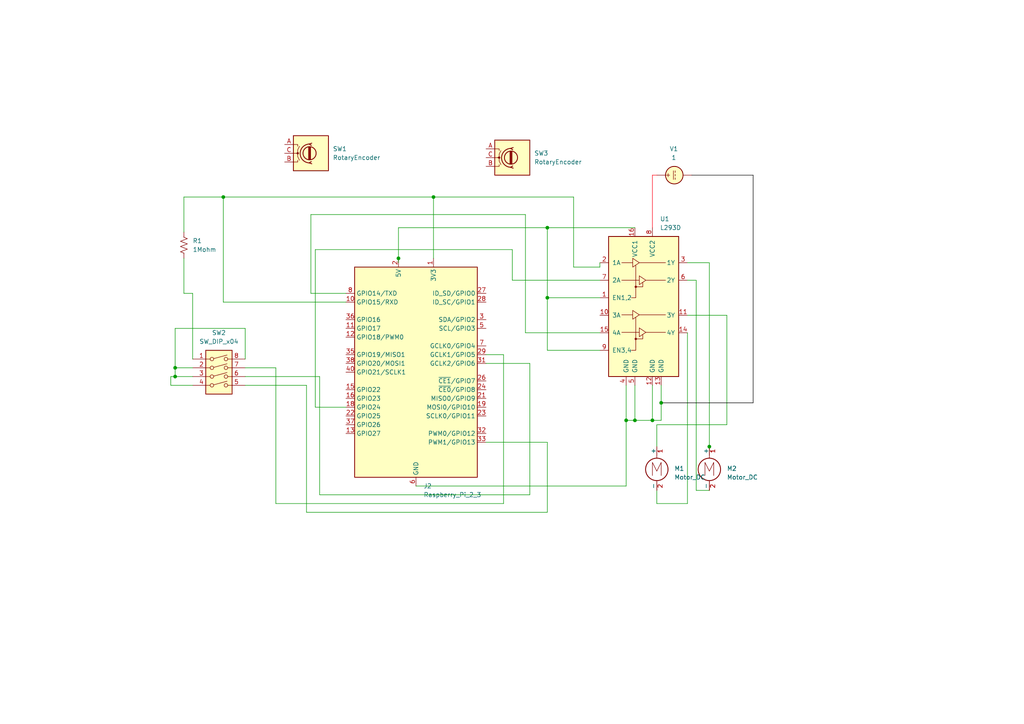
<source format=kicad_sch>
(kicad_sch (version 20231120) (generator "eeschema") (generator_version "8.0")
  (paper "A4")
  (lib_symbols
    (symbol "Connector:Raspberry_Pi_2_3"
      (property "Reference" "J" (at -17.78 31.75 0))
      (property "Value" "Raspberry_Pi_2_3" (at 10.16 -31.75 0))
      (symbol "Raspberry_Pi_2_3_0_1"
        (rectangle (start -17.78 30.48) (end 17.78 -30.48) (stroke (width 0.254)) (fill (type background)))
      )
      (symbol "Raspberry_Pi_2_3_1_1"
        (pin power_in line (at 5.08 33.02 270) (length 2.54) (name "3V3") (number "1"))
        (pin bidirectional line (at -20.32 20.32 0) (length 2.54) (name "GPIO15/RXD") (number "10"))
        (pin bidirectional line (at -20.32 12.7 0) (length 2.54) (name "GPIO17") (number "11"))
        (pin bidirectional line (at -20.32 10.16 0) (length 2.54) (name "GPIO18/PWM0") (number "12"))
        (pin bidirectional line (at -20.32 -17.78 0) (length 2.54) (name "GPIO27") (number "13"))
        (pin passive line (at 0 -33.02 90) (length 2.54) hide (name "GND") (number "14"))
        (pin bidirectional line (at -20.32 -5.08 0) (length 2.54) (name "GPIO22") (number "15"))
        (pin bidirectional line (at -20.32 -7.62 0) (length 2.54) (name "GPIO23") (number "16"))
        (pin passive line (at 5.08 33.02 270) (length 2.54) hide (name "3V3") (number "17"))
        (pin bidirectional line (at -20.32 -10.16 0) (length 2.54) (name "GPIO24") (number "18"))
        (pin bidirectional line (at 20.32 -10.16 180) (length 2.54) (name "MOSI0/GPIO10") (number "19"))
        (pin power_in line (at -5.08 33.02 270) (length 2.54) (name "5V") (number "2"))
        (pin passive line (at 0 -33.02 90) (length 2.54) hide (name "GND") (number "20"))
        (pin bidirectional line (at 20.32 -7.62 180) (length 2.54) (name "MISO0/GPIO9") (number "21"))
        (pin bidirectional line (at -20.32 -12.7 0) (length 2.54) (name "GPIO25") (number "22"))
        (pin bidirectional line (at 20.32 -12.7 180) (length 2.54) (name "SCLK0/GPIO11") (number "23"))
        (pin bidirectional line (at 20.32 -5.08 180) (length 2.54) (name "~{CE0}/GPIO8") (number "24"))
        (pin passive line (at 0 -33.02 90) (length 2.54) hide (name "GND") (number "25"))
        (pin bidirectional line (at 20.32 -2.54 180) (length 2.54) (name "~{CE1}/GPIO7") (number "26"))
        (pin bidirectional line (at 20.32 22.86 180) (length 2.54) (name "ID_SD/GPIO0") (number "27"))
        (pin bidirectional line (at 20.32 20.32 180) (length 2.54) (name "ID_SC/GPIO1") (number "28"))
        (pin bidirectional line (at 20.32 5.08 180) (length 2.54) (name "GCLK1/GPIO5") (number "29"))
        (pin bidirectional line (at 20.32 15.24 180) (length 2.54) (name "SDA/GPIO2") (number "3"))
        (pin passive line (at 0 -33.02 90) (length 2.54) hide (name "GND") (number "30"))
        (pin bidirectional line (at 20.32 2.54 180) (length 2.54) (name "GCLK2/GPIO6") (number "31"))
        (pin bidirectional line (at 20.32 -17.78 180) (length 2.54) (name "PWM0/GPIO12") (number "32"))
        (pin bidirectional line (at 20.32 -20.32 180) (length 2.54) (name "PWM1/GPIO13") (number "33"))
        (pin passive line (at 0 -33.02 90) (length 2.54) hide (name "GND") (number "34"))
        (pin bidirectional line (at -20.32 5.08 0) (length 2.54) (name "GPIO19/MISO1") (number "35"))
        (pin bidirectional line (at -20.32 15.24 0) (length 2.54) (name "GPIO16") (number "36"))
        (pin bidirectional line (at -20.32 -15.24 0) (length 2.54) (name "GPIO26") (number "37"))
        (pin bidirectional line (at -20.32 2.54 0) (length 2.54) (name "GPIO20/MOSI1") (number "38"))
        (pin passive line (at 0 -33.02 90) (length 2.54) hide (name "GND") (number "39"))
        (pin passive line (at -5.08 33.02 270) (length 2.54) hide (name "5V") (number "4"))
        (pin bidirectional line (at -20.32 0 0) (length 2.54) (name "GPIO21/SCLK1") (number "40"))
        (pin bidirectional line (at 20.32 12.7 180) (length 2.54) (name "SCL/GPIO3") (number "5"))
        (pin power_in line (at 0 -33.02 90) (length 2.54) (name "GND") (number "6"))
        (pin bidirectional line (at 20.32 7.62 180) (length 2.54) (name "GCLK0/GPIO4") (number "7"))
        (pin bidirectional line (at -20.32 22.86 0) (length 2.54) (name "GPIO14/TXD") (number "8"))
        (pin passive line (at 0 -33.02 90) (length 2.54) hide (name "GND") (number "9"))
      )
    )
    (symbol "Device:R_US" (pin_numbers hide) (pin_names (offset 0))
      (property "Reference" "R" (at 2.54 0 90))
      (property "Value" "R_US" (at -2.54 0 90))
      (symbol "R_US_0_1"
        (polyline (pts (xy 0 -2.286) (xy 0 -2.54)))
        (polyline (pts (xy 0 2.286) (xy 0 2.54)))
        (polyline (pts (xy 0 -0.762) (xy 1.016 -1.143) (xy 0 -1.524) (xy -1.016 -1.905) (xy 0 -2.286)))
        (polyline (pts (xy 0 0.762) (xy 1.016 0.381) (xy 0 0) (xy -1.016 -0.381) (xy 0 -0.762)))
        (polyline (pts (xy 0 2.286) (xy 1.016 1.905) (xy 0 1.524) (xy -1.016 1.143) (xy 0 0.762)))
      )
      (symbol "R_US_1_1"
        (pin passive line (at 0 3.81 270) (length 1.27) (name "~") (number "1"))
        (pin passive line (at 0 -3.81 90) (length 1.27) (name "~") (number "2"))
      )
    )
    (symbol "Device:RotaryEncoder" (pin_names (offset 0.254) hide)
      (property "Reference" "SW" (at 0 6.604 0))
      (property "Value" "RotaryEncoder" (at 0 -6.604 0))
      (symbol "RotaryEncoder_0_1"
        (rectangle (start -5.08 5.08) (end 5.08 -5.08) (stroke (width 0.254)) (fill (type background)))
        (circle (center -3.81 0) (radius 0.254) (fill (type outline)))
        (circle (center -0.381 0) (radius 1.905) (stroke (width 0.254)))
        (arc (start -0.381 2.667) (mid -3.0988 -0.0635) (end -0.381 -2.794) (stroke (width 0.254)))
        (polyline (pts (xy -0.635 -1.778) (xy -0.635 1.778)) (stroke (width 0.254)))
        (polyline (pts (xy -0.381 -1.778) (xy -0.381 1.778)) (stroke (width 0.254)))
        (polyline (pts (xy -0.127 1.778) (xy -0.127 -1.778)) (stroke (width 0.254)))
        (polyline (pts (xy -5.08 -2.54) (xy -3.81 -2.54) (xy -3.81 -2.032)))
        (polyline (pts (xy -5.08 2.54) (xy -3.81 2.54) (xy -3.81 2.032)))
        (polyline (pts (xy 0.254 -3.048) (xy -0.508 -2.794) (xy 0.127 -2.413)) (stroke (width 0.254)))
        (polyline (pts (xy 0.254 2.921) (xy -0.508 2.667) (xy 0.127 2.286)) (stroke (width 0.254)))
        (polyline (pts (xy -5.08 0) (xy -3.81 0) (xy -3.81 -1.016) (xy -3.302 -2.032)))
        (polyline (pts (xy -4.318 0) (xy -3.81 0) (xy -3.81 1.016) (xy -3.302 2.032)))
      )
      (symbol "RotaryEncoder_1_1"
        (pin passive line (at -7.62 2.54 0) (length 2.54) (name "A") (number "A"))
        (pin passive line (at -7.62 -2.54 0) (length 2.54) (name "B") (number "B"))
        (pin passive line (at -7.62 0 0) (length 2.54) (name "C") (number "C"))
      )
    )
    (symbol "Driver_Motor:L293D" (pin_names (offset 1.016))
      (property "Reference" "U" (at -5.08 26.035 0))
      (property "Value" "L293D" (at -5.08 24.13 0))
      (symbol "L293D_0_1"
        (rectangle (start -10.16 22.86) (end 10.16 -17.78) (stroke (width 0.254)) (fill (type background)))
        (circle (center -2.286 -6.858) (radius 0.254) (fill (type outline)))
        (circle (center -2.286 8.255) (radius 0.254) (fill (type outline)))
        (polyline (pts (xy -6.35 -4.953) (xy -1.27 -4.953)))
        (polyline (pts (xy -6.35 0.127) (xy -3.175 0.127)))
        (polyline (pts (xy -6.35 10.16) (xy -1.27 10.16)))
        (polyline (pts (xy -6.35 15.24) (xy -3.175 15.24)))
        (polyline (pts (xy -1.27 0.127) (xy 6.35 0.127)))
        (polyline (pts (xy -1.27 15.24) (xy 6.35 15.24)))
        (polyline (pts (xy 0.635 -4.953) (xy 6.35 -4.953)))
        (polyline (pts (xy 0.635 10.16) (xy 6.35 10.16)))
        (polyline (pts (xy -2.286 -6.858) (xy -0.254 -6.858) (xy -0.254 -5.588)))
        (polyline (pts (xy -2.286 -0.635) (xy -2.286 -10.16) (xy -3.556 -10.16)))
        (polyline (pts (xy -2.286 8.255) (xy -0.254 8.255) (xy -0.254 9.525)))
        (polyline (pts (xy -2.286 14.478) (xy -2.286 5.08) (xy -3.556 5.08)))
        (polyline (pts (xy -3.175 1.397) (xy -3.175 -1.143) (xy -1.27 0.127) (xy -3.175 1.397)))
        (polyline (pts (xy -3.175 16.51) (xy -3.175 13.97) (xy -1.27 15.24) (xy -3.175 16.51)))
        (polyline (pts (xy -1.27 -3.683) (xy -1.27 -6.223) (xy 0.635 -4.953) (xy -1.27 -3.683)))
        (polyline (pts (xy -1.27 11.43) (xy -1.27 8.89) (xy 0.635 10.16) (xy -1.27 11.43)))
      )
      (symbol "L293D_1_1"
        (pin input line (at -12.7 5.08 0) (length 2.54) (name "EN1,2") (number "1"))
        (pin input line (at -12.7 0 0) (length 2.54) (name "3A") (number "10"))
        (pin output line (at 12.7 0 180) (length 2.54) (name "3Y") (number "11"))
        (pin power_in line (at 2.54 -20.32 90) (length 2.54) (name "GND") (number "12"))
        (pin power_in line (at 5.08 -20.32 90) (length 2.54) (name "GND") (number "13"))
        (pin output line (at 12.7 -5.08 180) (length 2.54) (name "4Y") (number "14"))
        (pin input line (at -12.7 -5.08 0) (length 2.54) (name "4A") (number "15"))
        (pin power_in line (at -2.54 25.4 270) (length 2.54) (name "VCC1") (number "16"))
        (pin input line (at -12.7 15.24 0) (length 2.54) (name "1A") (number "2"))
        (pin output line (at 12.7 15.24 180) (length 2.54) (name "1Y") (number "3"))
        (pin power_in line (at -5.08 -20.32 90) (length 2.54) (name "GND") (number "4"))
        (pin power_in line (at -2.54 -20.32 90) (length 2.54) (name "GND") (number "5"))
        (pin output line (at 12.7 10.16 180) (length 2.54) (name "2Y") (number "6"))
        (pin input line (at -12.7 10.16 0) (length 2.54) (name "2A") (number "7"))
        (pin power_in line (at 2.54 25.4 270) (length 2.54) (name "VCC2") (number "8"))
        (pin input line (at -12.7 -10.16 0) (length 2.54) (name "EN3,4") (number "9"))
      )
    )
    (symbol "Motor:Motor_DC" (pin_names (offset 0))
      (property "Reference" "M" (at 2.54 2.54 0))
      (property "Value" "Motor_DC" (at 2.54 -5.08 0))
      (symbol "Motor_DC_0_0"
        (polyline (pts (xy -1.27 -3.302) (xy -1.27 0.508) (xy 0 -2.032) (xy 1.27 0.508) (xy 1.27 -3.302)))
      )
      (symbol "Motor_DC_0_1"
        (circle (center 0 -1.524) (radius 3.2512) (stroke (width 0.254)))
        (polyline (pts (xy 0 -7.62) (xy 0 -7.112)))
        (polyline (pts (xy 0 -4.7752) (xy 0 -5.1816)))
        (polyline (pts (xy 0 1.7272) (xy 0 2.0828)))
        (polyline (pts (xy 0 2.032) (xy 0 2.54)))
      )
      (symbol "Motor_DC_1_1"
        (pin passive line (at 0 5.08 270) (length 2.54) (name "+") (number "1"))
        (pin passive line (at 0 -7.62 90) (length 2.54) (name "-") (number "2"))
      )
    )
    (symbol "Simulation_SPICE:VDC" (pin_numbers hide) (pin_names (offset 0.0254))
      (property "Reference" "V" (at 2.54 2.54 0))
      (property "Value" "1" (at 2.54 0 0))
      (symbol "VDC_0_0"
        (polyline (pts (xy -1.27 0.254) (xy 1.27 0.254)))
        (polyline (pts (xy -0.762 -0.254) (xy -1.27 -0.254)))
        (polyline (pts (xy 0.254 -0.254) (xy -0.254 -0.254)))
        (polyline (pts (xy 1.27 -0.254) (xy 0.762 -0.254)))
        (text "+" (at 0 1.905 0) (effects (font (size 1.27 1.27))))
      )
      (symbol "VDC_0_1"
        (circle (center 0 0) (radius 2.54) (stroke (width 0.254)) (fill (type background)))
      )
      (symbol "VDC_1_1"
        (pin passive line (at 0 5.08 270) (length 2.54) (name "~") (number "1"))
        (pin passive line (at 0 -5.08 90) (length 2.54) (name "~") (number "2"))
      )
    )
    (symbol "Switch:SW_DIP_x04" (pin_names (offset 0) hide)
      (property "Reference" "SW" (at 0 8.89 0))
      (property "Value" "SW_DIP_x04" (at 0 -6.35 0))
      (symbol "SW_DIP_x04_0_0"
        (circle (center -2.032 -2.54) (radius 0.508))
        (circle (center -2.032 0) (radius 0.508))
        (circle (center -2.032 2.54) (radius 0.508))
        (circle (center -2.032 5.08) (radius 0.508))
        (polyline (pts (xy -1.524 -2.3876) (xy 2.3622 -1.3462)))
        (polyline (pts (xy -1.524 0.127) (xy 2.3622 1.1684)))
        (polyline (pts (xy -1.524 2.667) (xy 2.3622 3.7084)))
        (polyline (pts (xy -1.524 5.207) (xy 2.3622 6.2484)))
        (circle (center 2.032 -2.54) (radius 0.508))
        (circle (center 2.032 0) (radius 0.508))
        (circle (center 2.032 2.54) (radius 0.508))
        (circle (center 2.032 5.08) (radius 0.508))
      )
      (symbol "SW_DIP_x04_0_1"
        (rectangle (start -3.81 7.62) (end 3.81 -5.08) (stroke (width 0.254)) (fill (type background)))
      )
      (symbol "SW_DIP_x04_1_1"
        (pin passive line (at -7.62 5.08 0) (length 5.08) (name "~") (number "1"))
        (pin passive line (at -7.62 2.54 0) (length 5.08) (name "~") (number "2"))
        (pin passive line (at -7.62 0 0) (length 5.08) (name "~") (number "3"))
        (pin passive line (at -7.62 -2.54 0) (length 5.08) (name "~") (number "4"))
        (pin passive line (at 7.62 -2.54 180) (length 5.08) (name "~") (number "5"))
        (pin passive line (at 7.62 0 180) (length 5.08) (name "~") (number "6"))
        (pin passive line (at 7.62 2.54 180) (length 5.08) (name "~") (number "7"))
        (pin passive line (at 7.62 5.08 180) (length 5.08) (name "~") (number "8"))
      )
    )
  )
  (junction (at 50.8 106.68))
  (junction (at 158.75 86.36))
  (junction (at 189.23 121.92))
  (junction (at 115.57 74.93))
  (junction (at 158.75 66.04))
  (junction (at 50.8 109.22))
  (junction (at 125.73 57.15))
  (junction (at 205.74 129.54))
  (junction (at 181.61 121.92))
  (junction (at 64.77 57.15))
  (junction (at 184.15 121.92))
  (junction (at 191.77 116.84))
  (wire (pts (xy 115.57 74.93) (xy 115.57 66.04)))
  (wire (pts (xy 53.34 57.15) (xy 64.77 57.15)))
  (wire (pts (xy 92.71 143.51) (xy 153.67 143.51)))
  (wire (pts (xy 205.74 130.81) (xy 205.74 129.54)))
  (wire (pts (xy 199.39 146.05) (xy 190.5 146.05)))
  (wire (pts (xy 158.75 66.04) (xy 158.75 86.36)))
  (wire (pts (xy 148.59 72.39) (xy 91.44 72.39)))
  (wire (pts (xy 55.88 111.76) (xy 49.53 111.76)))
  (wire (pts (xy 189.23 121.92) (xy 184.15 121.92)))
  (wire (pts (xy 191.77 116.84) (xy 218.44 116.84)) (stroke (width 0) (color 0 0 0 1)))
  (wire (pts (xy 50.8 106.68) (xy 50.8 109.22)))
  (wire (pts (xy 181.61 121.92) (xy 181.61 140.97)))
  (wire (pts (xy 158.75 86.36) (xy 158.75 101.6)))
  (wire (pts (xy 71.12 95.25) (xy 50.8 95.25)))
  (wire (pts (xy 71.12 106.68) (xy 80.01 106.68)))
  (wire (pts (xy 120.65 140.97) (xy 181.61 140.97)))
  (wire (pts (xy 166.37 57.15) (xy 166.37 77.47)))
  (wire (pts (xy 100.33 85.09) (xy 90.17 85.09)))
  (wire (pts (xy 205.74 142.24) (xy 201.93 142.24)))
  (wire (pts (xy 146.05 146.05) (xy 146.05 102.87)))
  (wire (pts (xy 166.37 77.47) (xy 173.99 77.47)))
  (wire (pts (xy 50.8 106.68) (xy 55.88 106.68)))
  (wire (pts (xy 88.9 148.59) (xy 158.75 148.59)))
  (wire (pts (xy 64.77 87.63) (xy 64.77 57.15)))
  (wire (pts (xy 181.61 111.76) (xy 181.61 121.92)))
  (wire (pts (xy 190.5 50.8) (xy 189.23 50.8)) (stroke (width 0) (color 255 0 11 1)))
  (wire (pts (xy 184.15 121.92) (xy 181.61 121.92)))
  (wire (pts (xy 148.59 81.28) (xy 148.59 72.39)))
  (wire (pts (xy 210.82 123.19) (xy 210.82 91.44)))
  (wire (pts (xy 71.12 109.22) (xy 92.71 109.22)))
  (wire (pts (xy 210.82 91.44) (xy 199.39 91.44)))
  (wire (pts (xy 173.99 77.47) (xy 173.99 76.2)))
  (wire (pts (xy 50.8 95.25) (xy 50.8 106.68)))
  (wire (pts (xy 205.74 76.2) (xy 199.39 76.2)))
  (wire (pts (xy 55.88 85.09) (xy 53.34 85.09)))
  (wire (pts (xy 53.34 74.93) (xy 53.34 85.09)))
  (wire (pts (xy 173.99 101.6) (xy 158.75 101.6)))
  (wire (pts (xy 125.73 57.15) (xy 166.37 57.15)))
  (wire (pts (xy 115.57 76.2) (xy 115.57 74.93)))
  (wire (pts (xy 190.5 129.54) (xy 190.5 123.19)))
  (wire (pts (xy 199.39 81.28) (xy 201.93 81.28)))
  (wire (pts (xy 90.17 62.23) (xy 152.4 62.23)))
  (wire (pts (xy 49.53 111.76) (xy 49.53 109.22)))
  (wire (pts (xy 189.23 50.8) (xy 189.23 66.04)) (stroke (width 0) (color 255 0 22 1)))
  (wire (pts (xy 53.34 57.15) (xy 53.34 67.31)))
  (wire (pts (xy 153.67 105.41) (xy 140.97 105.41)))
  (wire (pts (xy 173.99 86.36) (xy 158.75 86.36)))
  (wire (pts (xy 140.97 102.87) (xy 146.05 102.87)))
  (wire (pts (xy 115.57 66.04) (xy 158.75 66.04)))
  (wire (pts (xy 190.5 123.19) (xy 210.82 123.19)))
  (wire (pts (xy 189.23 111.76) (xy 189.23 121.92)))
  (wire (pts (xy 191.77 116.84) (xy 191.77 121.92)))
  (wire (pts (xy 191.77 121.92) (xy 189.23 121.92)))
  (wire (pts (xy 152.4 62.23) (xy 152.4 96.52)))
  (wire (pts (xy 71.12 111.76) (xy 88.9 111.76)))
  (wire (pts (xy 200.66 50.8) (xy 218.44 50.8)) (stroke (width 0) (color 0 0 0 1)))
  (wire (pts (xy 125.73 74.93) (xy 125.73 57.15)))
  (wire (pts (xy 100.33 87.63) (xy 64.77 87.63)))
  (wire (pts (xy 71.12 104.14) (xy 71.12 95.25)))
  (wire (pts (xy 88.9 111.76) (xy 88.9 148.59)))
  (wire (pts (xy 201.93 142.24) (xy 201.93 81.28)))
  (wire (pts (xy 80.01 146.05) (xy 146.05 146.05)))
  (wire (pts (xy 90.17 85.09) (xy 90.17 62.23)))
  (wire (pts (xy 205.74 129.54) (xy 205.74 76.2)))
  (wire (pts (xy 199.39 96.52) (xy 199.39 146.05)))
  (wire (pts (xy 158.75 128.27) (xy 140.97 128.27)))
  (wire (pts (xy 191.77 111.76) (xy 191.77 116.84)))
  (wire (pts (xy 152.4 96.52) (xy 173.99 96.52)))
  (wire (pts (xy 55.88 85.09) (xy 55.88 104.14)))
  (wire (pts (xy 190.5 142.24) (xy 190.5 146.05)))
  (wire (pts (xy 91.44 72.39) (xy 91.44 118.11)))
  (wire (pts (xy 91.44 118.11) (xy 100.33 118.11)))
  (wire (pts (xy 173.99 81.28) (xy 148.59 81.28)))
  (wire (pts (xy 64.77 57.15) (xy 125.73 57.15)))
  (wire (pts (xy 153.67 143.51) (xy 153.67 105.41)))
  (wire (pts (xy 80.01 106.68) (xy 80.01 146.05)))
  (wire (pts (xy 92.71 109.22) (xy 92.71 143.51)))
  (wire (pts (xy 50.8 109.22) (xy 55.88 109.22)))
  (wire (pts (xy 218.44 50.8) (xy 218.44 116.84)) (stroke (width 0) (color 0 0 0 1)))
  (wire (pts (xy 158.75 148.59) (xy 158.75 128.27)))
  (wire (pts (xy 184.15 111.76) (xy 184.15 121.92)))
  (wire (pts (xy 49.53 109.22) (xy 50.8 109.22)))
  (wire (pts (xy 158.75 66.04) (xy 184.15 66.04)))
  (symbol (lib_id "Driver_Motor:L293D") (at 186.69 91.44 0) (unit 1)
    (property "Reference" "U1" (at 191.4241 63.5 0) (effects (justify left)))
    (property "Value" "L293D" (at 191.4241 66.04 0) (effects (justify left)))
    (property "Footprint" "Package_DIP:DIP-16_W7.62mm" (effects (hide yes)))
    (property "Datasheet" "http://www.ti.com/lit/ds/symlink/l293.pdf" (effects (hide yes)))
    (property "Description" "Quadruple Half-H Drivers" (effects (hide yes)))
  )
  (symbol (lib_id "Motor:Motor_DC") (at 205.74 134.62 0) (unit 1)
    (property "Reference" "M2" (at 210.82 135.8899 0) (effects (justify left)))
    (property "Value" "Motor_DC" (at 210.82 138.4299 0) (effects (justify left)))
    (property "Description" "DC Motor" (effects (hide yes)))
  )
  (symbol (lib_id "Device:RotaryEncoder") (at 148.59 45.72 0) (unit 1)
    (property "Reference" "SW3" (at 154.94 44.4499 0) (effects (justify left)))
    (property "Value" "RotaryEncoder" (at 154.94 46.9899 0) (effects (justify left)))
    (property "Description" "Rotary encoder, dual channel, incremental quadrate outputs" (effects (hide yes)))
  )
  (symbol (lib_id "Motor:Motor_DC") (at 190.5 134.62 0) (unit 1)
    (property "Reference" "M1" (at 195.58 135.8899 0) (effects (justify left)))
    (property "Value" "Motor_DC" (at 195.58 138.4299 0) (effects (justify left)))
    (property "Description" "DC Motor" (effects (hide yes)))
  )
  (symbol (lib_id "Device:RotaryEncoder") (at 90.17 44.45 0) (unit 1)
    (property "Reference" "SW1" (at 96.52 43.1799 0) (effects (justify left)))
    (property "Value" "RotaryEncoder" (at 96.52 45.7199 0) (effects (justify left)))
    (property "Description" "Rotary encoder, dual channel, incremental quadrate outputs" (effects (hide yes)))
  )
  (symbol (lib_id "Simulation_SPICE:VDC") (at 195.58 50.8 90) (unit 1)
    (property "Reference" "V1" (at 195.4502 43.18 90))
    (property "Value" "1" (at 195.4502 45.72 90))
    (property "Datasheet" "https://ngspice.sourceforge.io/docs/ngspice-html-manual/manual.xhtml#sec_Independent_Sources_for" (effects (hide yes)))
    (property "Description" "Voltage source, DC" (effects (hide yes)))
    (property "Sim.Pins" "1=+ 2=-" (effects (hide yes)))
    (property "Sim.Type" "DC" (effects (hide yes)))
    (property "Sim.Device" "V" (effects (hide yes)))
  )
  (symbol (lib_id "Switch:SW_DIP_x04") (at 63.5 109.22 0) (unit 1)
    (property "Reference" "SW2" (at 63.5 96.52 0))
    (property "Value" "SW_DIP_x04" (at 63.5 99.06 0))
    (property "Description" "4x DIP Switch, Single Pole Single Throw (SPST) switch, small symbol" (effects (hide yes)))
  )
  (symbol (lib_id "Device:R_US") (at 53.34 71.12 0) (unit 1)
    (property "Reference" "R1" (at 55.88 69.8499 0) (effects (justify left)))
    (property "Value" "1Mohm" (at 55.88 72.3899 0) (effects (justify left)))
    (property "Description" "Resistor, US symbol" (effects (hide yes)))
  )
  (symbol (lib_id "Connector:Raspberry_Pi_2_3") (at 120.65 107.95 0) (unit 1)
    (property "Reference" "J2" (at 122.8441 140.97 0) (effects (justify left)))
    (property "Value" "Raspberry_Pi_2_3" (at 122.8441 143.51 0) (effects (justify left)))
    (property "Datasheet" "https://www.raspberrypi.org/documentation/hardware/raspberrypi/schematics/rpi_SCH_3bplus_1p0_reduced.pdf" (effects (hide yes)))
    (property "Description" "expansion header for Raspberry Pi 2 & 3" (effects (hide yes)))
  )
)
</source>
